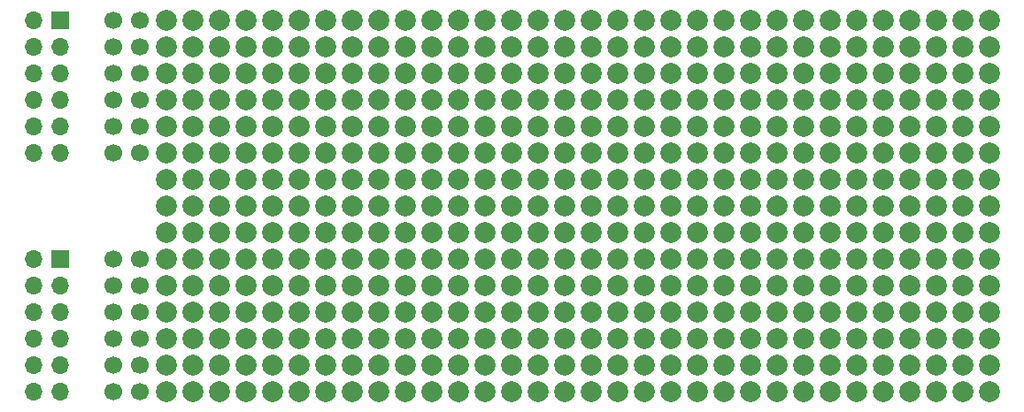
<source format=gbs>
G04 #@! TF.GenerationSoftware,KiCad,Pcbnew,(6.0.9)*
G04 #@! TF.CreationDate,2022-11-21T20:36:18+01:00*
G04 #@! TF.ProjectId,PMOD proto board,504d4f44-2070-4726-9f74-6f20626f6172,V1.0*
G04 #@! TF.SameCoordinates,Original*
G04 #@! TF.FileFunction,Soldermask,Bot*
G04 #@! TF.FilePolarity,Negative*
%FSLAX46Y46*%
G04 Gerber Fmt 4.6, Leading zero omitted, Abs format (unit mm)*
G04 Created by KiCad (PCBNEW (6.0.9)) date 2022-11-21 20:36:18*
%MOMM*%
%LPD*%
G01*
G04 APERTURE LIST*
%ADD10C,1.700000*%
%ADD11C,2.000000*%
%ADD12R,1.700000X1.700000*%
%ADD13O,1.700000X1.700000*%
G04 APERTURE END LIST*
D10*
X180340000Y-142240000D03*
X180340000Y-144780000D03*
X182880000Y-142240000D03*
X182880000Y-144780000D03*
D11*
X256540000Y-139700000D03*
X264160000Y-139700000D03*
X254000000Y-139700000D03*
X259080000Y-139700000D03*
X241300000Y-139700000D03*
X248920000Y-139700000D03*
X223520000Y-139700000D03*
X261620000Y-139700000D03*
X246380000Y-139700000D03*
X251460000Y-139700000D03*
X233680000Y-139700000D03*
X228600000Y-139700000D03*
X236220000Y-139700000D03*
X238760000Y-139700000D03*
X231140000Y-139700000D03*
X218440000Y-139700000D03*
X210820000Y-139700000D03*
X220980000Y-139700000D03*
X215900000Y-139700000D03*
X203200000Y-139700000D03*
X213360000Y-139700000D03*
X243840000Y-139700000D03*
X205740000Y-139700000D03*
X200660000Y-139700000D03*
X195580000Y-139700000D03*
X226060000Y-139700000D03*
X198120000Y-139700000D03*
X208280000Y-139700000D03*
X228600000Y-142240000D03*
X193040000Y-139700000D03*
X223520000Y-142240000D03*
X190500000Y-139700000D03*
X261620000Y-142240000D03*
X251460000Y-142240000D03*
X254000000Y-142240000D03*
X233680000Y-142240000D03*
X226060000Y-142240000D03*
X220980000Y-142240000D03*
X238760000Y-142240000D03*
X259080000Y-142240000D03*
X241300000Y-142240000D03*
X218440000Y-142240000D03*
X187960000Y-142240000D03*
X200660000Y-142240000D03*
X231140000Y-142240000D03*
X251460000Y-144780000D03*
X193040000Y-142240000D03*
X213360000Y-142240000D03*
X264160000Y-144780000D03*
X233680000Y-144780000D03*
X236220000Y-142240000D03*
X259080000Y-144780000D03*
X205740000Y-142240000D03*
X195580000Y-142240000D03*
X256540000Y-144780000D03*
X215900000Y-142240000D03*
X246380000Y-144780000D03*
X190500000Y-142240000D03*
X185420000Y-142240000D03*
X210820000Y-142240000D03*
X218440000Y-144780000D03*
X198120000Y-142240000D03*
X203200000Y-142240000D03*
X198120000Y-144780000D03*
X243840000Y-142240000D03*
X236220000Y-144780000D03*
X195580000Y-144780000D03*
X210820000Y-144780000D03*
X228600000Y-144780000D03*
X223520000Y-144780000D03*
X208280000Y-144780000D03*
X254000000Y-144780000D03*
X231140000Y-144780000D03*
X208280000Y-142240000D03*
X203200000Y-144780000D03*
X220980000Y-144780000D03*
X226060000Y-144780000D03*
X200660000Y-144780000D03*
X215900000Y-144780000D03*
X248920000Y-142240000D03*
X261620000Y-144780000D03*
X205740000Y-144780000D03*
X238760000Y-144780000D03*
X248920000Y-144780000D03*
X246380000Y-142240000D03*
X241300000Y-144780000D03*
X264160000Y-142240000D03*
X213360000Y-144780000D03*
X185420000Y-139700000D03*
X193040000Y-144780000D03*
X190500000Y-144780000D03*
X185420000Y-144780000D03*
X256540000Y-142240000D03*
X187960000Y-139700000D03*
X243840000Y-144780000D03*
X187960000Y-144780000D03*
X259080000Y-129540000D03*
X251460000Y-129540000D03*
X254000000Y-129540000D03*
X241300000Y-129540000D03*
X233680000Y-129540000D03*
X261620000Y-129540000D03*
X228600000Y-129540000D03*
X223520000Y-129540000D03*
X190500000Y-129540000D03*
X238760000Y-129540000D03*
X256540000Y-132080000D03*
X226060000Y-129540000D03*
X218440000Y-129540000D03*
X210820000Y-129540000D03*
X215900000Y-129540000D03*
X264160000Y-132080000D03*
X213360000Y-129540000D03*
X195580000Y-129540000D03*
X243840000Y-129540000D03*
X220980000Y-129540000D03*
X187960000Y-129540000D03*
X203200000Y-129540000D03*
X200660000Y-129540000D03*
X185420000Y-129540000D03*
X205740000Y-129540000D03*
X193040000Y-129540000D03*
X231140000Y-129540000D03*
X198120000Y-129540000D03*
X236220000Y-129540000D03*
X208280000Y-129540000D03*
X246380000Y-132080000D03*
X248920000Y-132080000D03*
X259080000Y-132080000D03*
X254000000Y-132080000D03*
X251460000Y-132080000D03*
X261620000Y-132080000D03*
X241300000Y-132080000D03*
X233680000Y-132080000D03*
X228600000Y-132080000D03*
X236220000Y-132080000D03*
X223520000Y-132080000D03*
X238760000Y-132080000D03*
X231140000Y-132080000D03*
X226060000Y-132080000D03*
X218440000Y-132080000D03*
X220980000Y-132080000D03*
X210820000Y-132080000D03*
X203200000Y-132080000D03*
X198120000Y-132080000D03*
X243840000Y-132080000D03*
X205740000Y-132080000D03*
X215900000Y-132080000D03*
X208280000Y-132080000D03*
X213360000Y-132080000D03*
X200660000Y-132080000D03*
X195580000Y-132080000D03*
X218440000Y-124460000D03*
X210820000Y-124460000D03*
X198120000Y-124460000D03*
X259080000Y-124460000D03*
X254000000Y-124460000D03*
X233680000Y-124460000D03*
X251460000Y-124460000D03*
X243840000Y-124460000D03*
X261620000Y-124460000D03*
X205740000Y-124460000D03*
X241300000Y-124460000D03*
X220980000Y-124460000D03*
X238760000Y-124460000D03*
X228600000Y-124460000D03*
X203200000Y-124460000D03*
X236220000Y-124460000D03*
X231140000Y-124460000D03*
X223520000Y-124460000D03*
X226060000Y-124460000D03*
X208280000Y-124460000D03*
X193040000Y-124460000D03*
X241300000Y-127000000D03*
X187960000Y-124460000D03*
X264160000Y-127000000D03*
X259080000Y-127000000D03*
X190500000Y-124460000D03*
X223520000Y-127000000D03*
X233680000Y-127000000D03*
X213360000Y-124460000D03*
X236220000Y-127000000D03*
X248920000Y-127000000D03*
X228600000Y-127000000D03*
X246380000Y-127000000D03*
X200660000Y-124460000D03*
X185420000Y-124460000D03*
X251460000Y-127000000D03*
X195580000Y-124460000D03*
X254000000Y-127000000D03*
X256540000Y-127000000D03*
X261620000Y-127000000D03*
X215900000Y-124460000D03*
X231140000Y-127000000D03*
X210820000Y-127000000D03*
X190500000Y-127000000D03*
X264160000Y-129540000D03*
X215900000Y-127000000D03*
X213360000Y-127000000D03*
X195580000Y-127000000D03*
X193040000Y-127000000D03*
X200660000Y-127000000D03*
X246380000Y-129540000D03*
X203200000Y-127000000D03*
X185420000Y-127000000D03*
X208280000Y-127000000D03*
X205740000Y-127000000D03*
X187960000Y-127000000D03*
X248920000Y-129540000D03*
X243840000Y-127000000D03*
X256540000Y-129540000D03*
X226060000Y-127000000D03*
X218440000Y-127000000D03*
X220980000Y-127000000D03*
X238760000Y-127000000D03*
X198120000Y-127000000D03*
X190500000Y-132080000D03*
X193040000Y-132080000D03*
X261620000Y-134620000D03*
X228600000Y-134620000D03*
X223520000Y-134620000D03*
X256540000Y-137160000D03*
X251460000Y-134620000D03*
X254000000Y-134620000D03*
X233680000Y-134620000D03*
X190500000Y-134620000D03*
X226060000Y-134620000D03*
X220980000Y-134620000D03*
X215900000Y-134620000D03*
X210820000Y-134620000D03*
X259080000Y-134620000D03*
X241300000Y-134620000D03*
X238760000Y-134620000D03*
X218440000Y-134620000D03*
X187960000Y-134620000D03*
X213360000Y-134620000D03*
X264160000Y-137160000D03*
X243840000Y-134620000D03*
X195580000Y-134620000D03*
X236220000Y-134620000D03*
X185420000Y-134620000D03*
X203200000Y-134620000D03*
X200660000Y-134620000D03*
X205740000Y-134620000D03*
X193040000Y-134620000D03*
X231140000Y-134620000D03*
X198120000Y-134620000D03*
X246380000Y-137160000D03*
X259080000Y-137160000D03*
X233680000Y-137160000D03*
X218440000Y-137160000D03*
X251460000Y-137160000D03*
X198120000Y-137160000D03*
X236220000Y-137160000D03*
X195580000Y-137160000D03*
X215900000Y-137160000D03*
X261620000Y-137160000D03*
X210820000Y-137160000D03*
X228600000Y-137160000D03*
X223520000Y-137160000D03*
X205740000Y-137160000D03*
X241300000Y-137160000D03*
X208280000Y-137160000D03*
X264160000Y-134620000D03*
X248920000Y-134620000D03*
X238760000Y-137160000D03*
X231140000Y-137160000D03*
X200660000Y-137160000D03*
X208280000Y-134620000D03*
X248920000Y-137160000D03*
X254000000Y-137160000D03*
X226060000Y-137160000D03*
X220980000Y-137160000D03*
X203200000Y-137160000D03*
X243840000Y-137160000D03*
X213360000Y-137160000D03*
X246380000Y-134620000D03*
X193040000Y-137160000D03*
X190500000Y-137160000D03*
X185420000Y-137160000D03*
X187960000Y-137160000D03*
X248920000Y-124460000D03*
X256540000Y-124460000D03*
X264160000Y-124460000D03*
X246380000Y-124460000D03*
X256540000Y-134620000D03*
X185420000Y-132080000D03*
X187960000Y-132080000D03*
D10*
X180340000Y-139700000D03*
X180340000Y-137160000D03*
X180340000Y-134620000D03*
X180340000Y-132080000D03*
X182880000Y-132080000D03*
X182880000Y-134620000D03*
X182880000Y-137160000D03*
X182880000Y-139700000D03*
D12*
X175260000Y-132080000D03*
D13*
X175260000Y-134620000D03*
X175260000Y-137160000D03*
X175260000Y-139700000D03*
X175260000Y-142240000D03*
X175260000Y-144780000D03*
X172720000Y-132080000D03*
X172720000Y-134620000D03*
X172720000Y-137160000D03*
X172720000Y-139700000D03*
X172720000Y-142240000D03*
X172720000Y-144780000D03*
D11*
X259080000Y-119380000D03*
X251460000Y-119380000D03*
X254000000Y-119380000D03*
X241300000Y-119380000D03*
X233680000Y-119380000D03*
X261620000Y-119380000D03*
X228600000Y-119380000D03*
X223520000Y-119380000D03*
X190500000Y-119380000D03*
X238760000Y-119380000D03*
X256540000Y-121920000D03*
X226060000Y-119380000D03*
X218440000Y-119380000D03*
X210820000Y-119380000D03*
X215900000Y-119380000D03*
X264160000Y-121920000D03*
X213360000Y-119380000D03*
X195580000Y-119380000D03*
X243840000Y-119380000D03*
X220980000Y-119380000D03*
X187960000Y-119380000D03*
X203200000Y-119380000D03*
X200660000Y-119380000D03*
X185420000Y-119380000D03*
X205740000Y-119380000D03*
X193040000Y-119380000D03*
X231140000Y-119380000D03*
X198120000Y-119380000D03*
X236220000Y-119380000D03*
X208280000Y-119380000D03*
X246380000Y-121920000D03*
X248920000Y-121920000D03*
X259080000Y-121920000D03*
X254000000Y-121920000D03*
X251460000Y-121920000D03*
X261620000Y-121920000D03*
X241300000Y-121920000D03*
X233680000Y-121920000D03*
X228600000Y-121920000D03*
X236220000Y-121920000D03*
X223520000Y-121920000D03*
X238760000Y-121920000D03*
X231140000Y-121920000D03*
X226060000Y-121920000D03*
X218440000Y-121920000D03*
X220980000Y-121920000D03*
X210820000Y-121920000D03*
X203200000Y-121920000D03*
X198120000Y-121920000D03*
X243840000Y-121920000D03*
X205740000Y-121920000D03*
X215900000Y-121920000D03*
X208280000Y-121920000D03*
X213360000Y-121920000D03*
X200660000Y-121920000D03*
X195580000Y-121920000D03*
X264160000Y-119380000D03*
X246380000Y-119380000D03*
X248920000Y-119380000D03*
X256540000Y-119380000D03*
X190500000Y-121920000D03*
X193040000Y-121920000D03*
X185420000Y-121920000D03*
X187960000Y-121920000D03*
D10*
X180340000Y-121920000D03*
X182880000Y-121920000D03*
X180340000Y-119380000D03*
X182880000Y-119380000D03*
D11*
X256540000Y-109220000D03*
X264160000Y-109220000D03*
X246380000Y-109220000D03*
X248920000Y-109220000D03*
X259080000Y-109220000D03*
X254000000Y-109220000D03*
X251460000Y-109220000D03*
X261620000Y-109220000D03*
X241300000Y-109220000D03*
X233680000Y-109220000D03*
X228600000Y-109220000D03*
X236220000Y-109220000D03*
X223520000Y-109220000D03*
X238760000Y-109220000D03*
X231140000Y-109220000D03*
X226060000Y-109220000D03*
X218440000Y-109220000D03*
X220980000Y-109220000D03*
X210820000Y-109220000D03*
X203200000Y-109220000D03*
X198120000Y-109220000D03*
X243840000Y-109220000D03*
X205740000Y-109220000D03*
X215900000Y-109220000D03*
X208280000Y-109220000D03*
X213360000Y-109220000D03*
X200660000Y-109220000D03*
X195580000Y-109220000D03*
X190500000Y-109220000D03*
X193040000Y-109220000D03*
X185420000Y-109220000D03*
X187960000Y-109220000D03*
X256540000Y-111760000D03*
X264160000Y-111760000D03*
X246380000Y-111760000D03*
X248920000Y-111760000D03*
X259080000Y-111760000D03*
X254000000Y-111760000D03*
X251460000Y-111760000D03*
X261620000Y-111760000D03*
X241300000Y-111760000D03*
X233680000Y-111760000D03*
X228600000Y-111760000D03*
X236220000Y-111760000D03*
X223520000Y-111760000D03*
X238760000Y-111760000D03*
X231140000Y-111760000D03*
X226060000Y-111760000D03*
X218440000Y-111760000D03*
X220980000Y-111760000D03*
X210820000Y-111760000D03*
X203200000Y-111760000D03*
X198120000Y-111760000D03*
X243840000Y-111760000D03*
X205740000Y-111760000D03*
X215900000Y-111760000D03*
X208280000Y-111760000D03*
X213360000Y-111760000D03*
X200660000Y-111760000D03*
X195580000Y-111760000D03*
X190500000Y-111760000D03*
X193040000Y-111760000D03*
X185420000Y-111760000D03*
X187960000Y-111760000D03*
X256540000Y-114300000D03*
X264160000Y-114300000D03*
X246380000Y-114300000D03*
X248920000Y-114300000D03*
X259080000Y-114300000D03*
X254000000Y-114300000D03*
X251460000Y-114300000D03*
X261620000Y-114300000D03*
X241300000Y-114300000D03*
X233680000Y-114300000D03*
X228600000Y-114300000D03*
X236220000Y-114300000D03*
X223520000Y-114300000D03*
X238760000Y-114300000D03*
X231140000Y-114300000D03*
X226060000Y-114300000D03*
X218440000Y-114300000D03*
X220980000Y-114300000D03*
X210820000Y-114300000D03*
X203200000Y-114300000D03*
X198120000Y-114300000D03*
X243840000Y-114300000D03*
X205740000Y-114300000D03*
X215900000Y-114300000D03*
X208280000Y-114300000D03*
X213360000Y-114300000D03*
X200660000Y-114300000D03*
X195580000Y-114300000D03*
X190500000Y-114300000D03*
X193040000Y-114300000D03*
X185420000Y-114300000D03*
X187960000Y-114300000D03*
X264160000Y-116840000D03*
X256540000Y-116840000D03*
X251460000Y-116840000D03*
X259080000Y-116840000D03*
X246380000Y-116840000D03*
X261620000Y-116840000D03*
X254000000Y-116840000D03*
X248920000Y-116840000D03*
X241300000Y-116840000D03*
X233680000Y-116840000D03*
X228600000Y-116840000D03*
X236220000Y-116840000D03*
X238760000Y-116840000D03*
X243840000Y-116840000D03*
X231140000Y-116840000D03*
X226060000Y-116840000D03*
X220980000Y-116840000D03*
X223520000Y-116840000D03*
X215900000Y-116840000D03*
X218440000Y-116840000D03*
X213360000Y-116840000D03*
X208280000Y-116840000D03*
X210820000Y-116840000D03*
X205740000Y-116840000D03*
X200660000Y-116840000D03*
X203200000Y-116840000D03*
X195580000Y-116840000D03*
X198120000Y-116840000D03*
X190500000Y-116840000D03*
X193040000Y-116840000D03*
D10*
X180340000Y-116840000D03*
X180340000Y-114300000D03*
X180340000Y-111760000D03*
X180340000Y-109220000D03*
X182880000Y-109220000D03*
X182880000Y-111760000D03*
X182880000Y-114300000D03*
X182880000Y-116840000D03*
D11*
X187960000Y-116840000D03*
X185420000Y-116840000D03*
D12*
X175260000Y-109220000D03*
D13*
X175260000Y-111760000D03*
X175260000Y-114300000D03*
X175260000Y-116840000D03*
X175260000Y-119380000D03*
X175260000Y-121920000D03*
X172720000Y-109220000D03*
X172720000Y-111760000D03*
X172720000Y-114300000D03*
X172720000Y-116840000D03*
X172720000Y-119380000D03*
X172720000Y-121920000D03*
M02*

</source>
